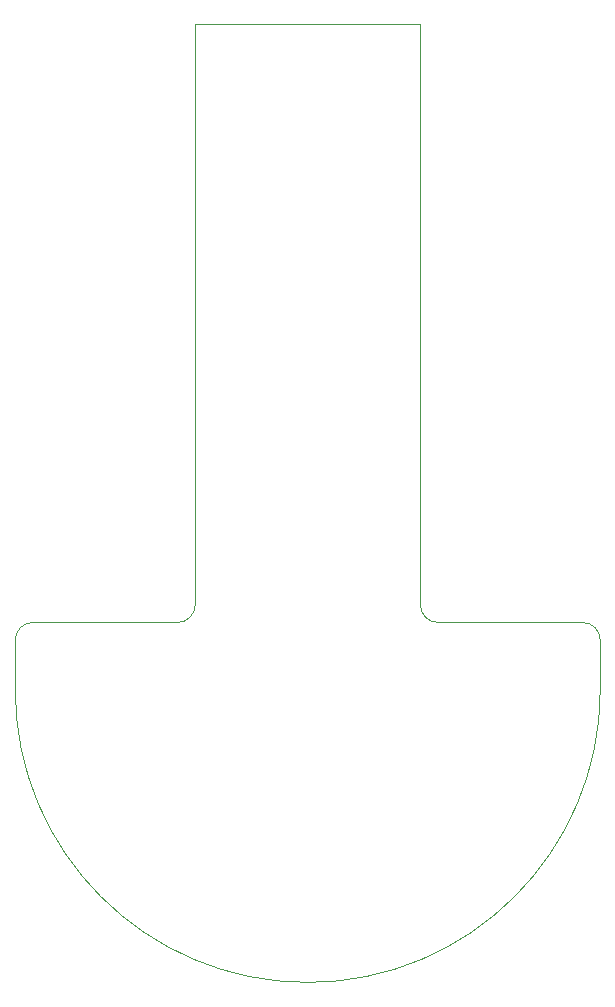
<source format=gbr>
%FSLAX46Y46*%
G04 Gerber Fmt 4.6, Leading zero omitted, Abs format (unit mm)*
G04 Created by KiCad (PCBNEW (2014-10-27 BZR 5228)-product) date 31/03/2015 08:28:08*
%MOMM*%
G01*
G04 APERTURE LIST*
%ADD10C,0.100000*%
G04 APERTURE END LIST*
D10*
X217805000Y-96925000D02*
G75*
G03X219305000Y-98425000I1500000J0D01*
G01*
X197255000Y-98425000D02*
G75*
G03X198755000Y-96925000I0J1500000D01*
G01*
X233045000Y-99925000D02*
G75*
G03X231545000Y-98425000I-1500000J0D01*
G01*
X185015000Y-98425000D02*
G75*
G03X183515000Y-99925000I0J-1500000D01*
G01*
X183515000Y-99925000D02*
X183515000Y-104140000D01*
X233045000Y-99925000D02*
X233045000Y-104140000D01*
X183515000Y-104140000D02*
G75*
G03X233045000Y-104140000I24765000J0D01*
G01*
X197255000Y-98425000D02*
X185015000Y-98425000D01*
X219305000Y-98425000D02*
X231545000Y-98425000D01*
X198755000Y-96925000D02*
X198755000Y-47752000D01*
X217805000Y-47752000D02*
X217805000Y-96925000D01*
X198755000Y-47752000D02*
X217805000Y-47752000D01*
M02*

</source>
